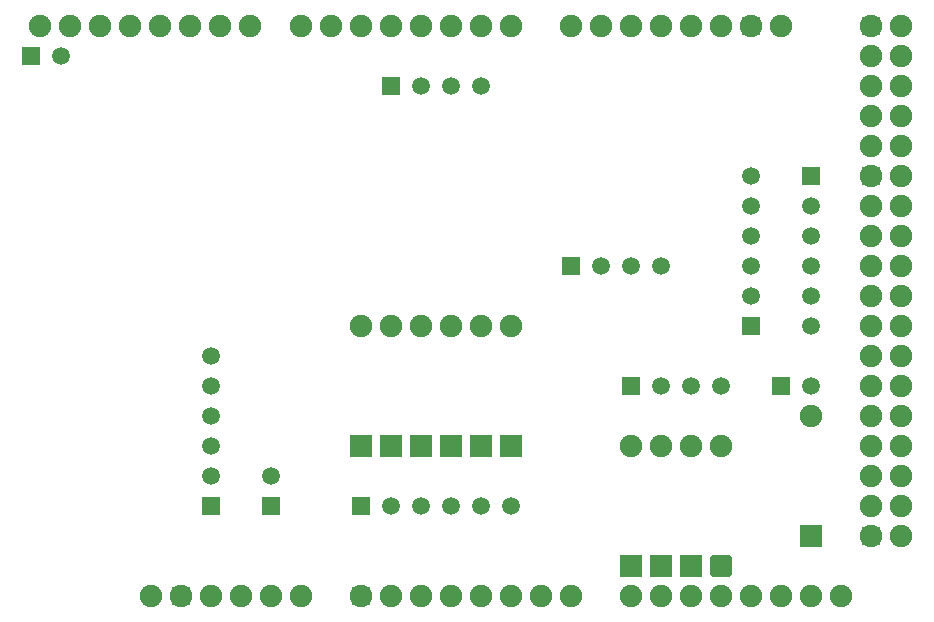
<source format=gbl>
G04 MADE WITH FRITZING*
G04 WWW.FRITZING.ORG*
G04 DOUBLE SIDED*
G04 HOLES PLATED*
G04 CONTOUR ON CENTER OF CONTOUR VECTOR*
%ASAXBY*%
%FSLAX23Y23*%
%MOIN*%
%OFA0B0*%
%SFA1.0B1.0*%
%ADD10C,0.075000*%
%ADD11C,0.059000*%
%ADD12R,0.059000X0.059000*%
%ADD13R,0.075000X0.075000*%
%ADD14C,0.020000*%
%LNCOPPER0*%
G90*
G70*
G54D10*
X108Y2022D03*
X208Y2022D03*
X308Y2022D03*
X408Y2022D03*
X508Y2022D03*
X608Y2022D03*
X708Y2022D03*
X808Y2022D03*
X978Y2022D03*
X1078Y2022D03*
X1178Y2022D03*
X1278Y2022D03*
X1378Y2022D03*
X1478Y2022D03*
X1578Y2022D03*
X1678Y2022D03*
X478Y122D03*
X578Y122D03*
X678Y122D03*
X778Y122D03*
X878Y122D03*
X978Y122D03*
X1178Y122D03*
X1278Y122D03*
X1378Y122D03*
X1478Y122D03*
X1578Y122D03*
X1678Y122D03*
X1878Y2022D03*
X1978Y2022D03*
X2078Y2022D03*
X2178Y2022D03*
X2278Y2022D03*
X2378Y2022D03*
X2478Y2022D03*
X2578Y2022D03*
X1778Y122D03*
X1878Y122D03*
X2078Y122D03*
X2178Y122D03*
X2278Y122D03*
X2378Y122D03*
X2478Y122D03*
X2578Y122D03*
X2678Y122D03*
X2778Y122D03*
X2878Y2022D03*
X2978Y2022D03*
X2878Y1922D03*
X2978Y1922D03*
X2878Y1822D03*
X2978Y1822D03*
X2878Y1722D03*
X2978Y1722D03*
X2878Y1622D03*
X2978Y1622D03*
X2878Y1522D03*
X2978Y1522D03*
X2878Y1422D03*
X2978Y1422D03*
X2878Y1322D03*
X2978Y1322D03*
X2878Y1222D03*
X2978Y1222D03*
X2878Y1122D03*
X2978Y1122D03*
X2878Y1022D03*
X2978Y1022D03*
X2878Y922D03*
X2978Y922D03*
X2878Y822D03*
X2978Y822D03*
X2878Y722D03*
X2978Y722D03*
X2878Y622D03*
X2978Y622D03*
X2878Y522D03*
X2978Y522D03*
X2878Y422D03*
X2978Y422D03*
X2878Y322D03*
X2978Y322D03*
G54D11*
X78Y1922D03*
X178Y1922D03*
X2878Y322D03*
X2978Y322D03*
X2578Y822D03*
X2678Y822D03*
X2878Y2022D03*
X2978Y2022D03*
X1178Y122D03*
X1278Y122D03*
X1378Y122D03*
X1478Y122D03*
X1578Y122D03*
X1678Y122D03*
X2878Y1522D03*
X2878Y1422D03*
X2878Y1322D03*
X2878Y1222D03*
X2878Y1122D03*
X2878Y1022D03*
X2478Y2022D03*
X2578Y2022D03*
X578Y122D03*
X678Y122D03*
X778Y122D03*
X878Y122D03*
X2478Y1022D03*
X2478Y1122D03*
X2478Y1222D03*
X2478Y1322D03*
X2478Y1422D03*
X2478Y1522D03*
X878Y422D03*
X878Y522D03*
X1878Y1222D03*
X1978Y1222D03*
X2078Y1222D03*
X2178Y1222D03*
X2078Y822D03*
X2178Y822D03*
X2278Y822D03*
X2378Y822D03*
X1278Y1822D03*
X1378Y1822D03*
X1478Y1822D03*
X1578Y1822D03*
X678Y422D03*
X678Y522D03*
X678Y622D03*
X678Y722D03*
X678Y822D03*
X678Y922D03*
X2678Y1522D03*
X2678Y1422D03*
X2678Y1322D03*
X2678Y1222D03*
X2678Y1122D03*
X2678Y1022D03*
X1178Y422D03*
X1278Y422D03*
X1378Y422D03*
X1478Y422D03*
X1578Y422D03*
X1678Y422D03*
G54D10*
X1578Y622D03*
X1578Y1022D03*
X1678Y622D03*
X1678Y1022D03*
X1478Y622D03*
X1478Y1022D03*
X1378Y622D03*
X1378Y1022D03*
X1278Y622D03*
X1278Y1022D03*
X1178Y622D03*
X1178Y1022D03*
X2378Y222D03*
X2378Y622D03*
X2278Y222D03*
X2278Y622D03*
X2178Y222D03*
X2178Y622D03*
X2078Y222D03*
X2078Y622D03*
X2678Y322D03*
X2678Y722D03*
G54D12*
X78Y1922D03*
X2878Y322D03*
X2578Y822D03*
X2878Y2022D03*
X1178Y122D03*
X2878Y1522D03*
X2478Y2022D03*
X578Y122D03*
X2478Y1022D03*
X878Y422D03*
X1878Y1222D03*
X2078Y822D03*
X1278Y1822D03*
X678Y422D03*
X2678Y1522D03*
X1178Y422D03*
G54D13*
X1578Y622D03*
X1678Y622D03*
X1478Y622D03*
X1378Y622D03*
X1278Y622D03*
X1178Y622D03*
X2278Y222D03*
X2178Y222D03*
X2078Y222D03*
X2678Y322D03*
G54D14*
X2350Y250D02*
X2405Y250D01*
X2405Y195D01*
X2350Y195D01*
X2350Y250D01*
D02*
G04 End of Copper0*
M02*
</source>
